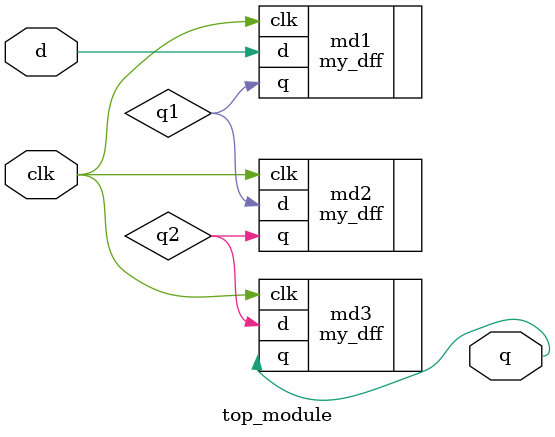
<source format=v>
module top_module ( input clk, input d, output q );
wire q1,q2;
    my_dff md1( .clk(clk), .d(d), .q(q1) );
    my_dff md2( .clk(clk), .d(q1), .q(q2) );
    my_dff md3( .clk(clk), .d(q2), .q(q) );
endmodule


</source>
